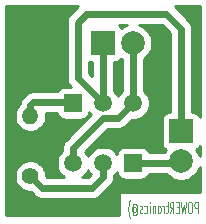
<source format=gbr>
%TF.GenerationSoftware,KiCad,Pcbnew,(5.1.6)-1*%
%TF.CreationDate,2020-09-07T12:05:41+05:30*%
%TF.ProjectId,door,646f6f72-2e6b-4696-9361-645f70636258,rev?*%
%TF.SameCoordinates,Original*%
%TF.FileFunction,Copper,L2,Bot*%
%TF.FilePolarity,Positive*%
%FSLAX46Y46*%
G04 Gerber Fmt 4.6, Leading zero omitted, Abs format (unit mm)*
G04 Created by KiCad (PCBNEW (5.1.6)-1) date 2020-09-07 12:05:41*
%MOMM*%
%LPD*%
G01*
G04 APERTURE LIST*
%TA.AperFunction,NonConductor*%
%ADD10C,0.125000*%
%TD*%
%TA.AperFunction,ComponentPad*%
%ADD11R,2.000000X2.000000*%
%TD*%
%TA.AperFunction,ComponentPad*%
%ADD12C,2.000000*%
%TD*%
%TA.AperFunction,ComponentPad*%
%ADD13C,1.520000*%
%TD*%
%TA.AperFunction,ComponentPad*%
%ADD14R,1.520000X1.520000*%
%TD*%
%TA.AperFunction,ComponentPad*%
%ADD15C,1.400000*%
%TD*%
%TA.AperFunction,ComponentPad*%
%ADD16O,1.400000X1.400000*%
%TD*%
%TA.AperFunction,Conductor*%
%ADD17C,0.600000*%
%TD*%
%TA.AperFunction,NonConductor*%
%ADD18C,0.254000*%
%TD*%
G04 APERTURE END LIST*
D10*
X160408571Y-108402380D02*
X160408571Y-107402380D01*
X160218095Y-107402380D01*
X160170476Y-107450000D01*
X160146666Y-107497619D01*
X160122857Y-107592857D01*
X160122857Y-107735714D01*
X160146666Y-107830952D01*
X160170476Y-107878571D01*
X160218095Y-107926190D01*
X160408571Y-107926190D01*
X159813333Y-107402380D02*
X159718095Y-107402380D01*
X159670476Y-107450000D01*
X159622857Y-107545238D01*
X159599047Y-107735714D01*
X159599047Y-108069047D01*
X159622857Y-108259523D01*
X159670476Y-108354761D01*
X159718095Y-108402380D01*
X159813333Y-108402380D01*
X159860952Y-108354761D01*
X159908571Y-108259523D01*
X159932380Y-108069047D01*
X159932380Y-107735714D01*
X159908571Y-107545238D01*
X159860952Y-107450000D01*
X159813333Y-107402380D01*
X159432380Y-107402380D02*
X159313333Y-108402380D01*
X159218095Y-107688095D01*
X159122857Y-108402380D01*
X159003809Y-107402380D01*
X158813333Y-107878571D02*
X158646666Y-107878571D01*
X158575238Y-108402380D02*
X158813333Y-108402380D01*
X158813333Y-107402380D01*
X158575238Y-107402380D01*
X158075238Y-108402380D02*
X158241904Y-107926190D01*
X158360952Y-108402380D02*
X158360952Y-107402380D01*
X158170476Y-107402380D01*
X158122857Y-107450000D01*
X158099047Y-107497619D01*
X158075238Y-107592857D01*
X158075238Y-107735714D01*
X158099047Y-107830952D01*
X158122857Y-107878571D01*
X158170476Y-107926190D01*
X158360952Y-107926190D01*
X157932380Y-107735714D02*
X157741904Y-107735714D01*
X157860952Y-107402380D02*
X157860952Y-108259523D01*
X157837142Y-108354761D01*
X157789523Y-108402380D01*
X157741904Y-108402380D01*
X157575238Y-108402380D02*
X157575238Y-107735714D01*
X157575238Y-107926190D02*
X157551428Y-107830952D01*
X157527619Y-107783333D01*
X157480000Y-107735714D01*
X157432380Y-107735714D01*
X157194285Y-108402380D02*
X157241904Y-108354761D01*
X157265714Y-108307142D01*
X157289523Y-108211904D01*
X157289523Y-107926190D01*
X157265714Y-107830952D01*
X157241904Y-107783333D01*
X157194285Y-107735714D01*
X157122857Y-107735714D01*
X157075238Y-107783333D01*
X157051428Y-107830952D01*
X157027619Y-107926190D01*
X157027619Y-108211904D01*
X157051428Y-108307142D01*
X157075238Y-108354761D01*
X157122857Y-108402380D01*
X157194285Y-108402380D01*
X156813333Y-107735714D02*
X156813333Y-108402380D01*
X156813333Y-107830952D02*
X156789523Y-107783333D01*
X156741904Y-107735714D01*
X156670476Y-107735714D01*
X156622857Y-107783333D01*
X156599047Y-107878571D01*
X156599047Y-108402380D01*
X156360952Y-108402380D02*
X156360952Y-107735714D01*
X156360952Y-107402380D02*
X156384761Y-107450000D01*
X156360952Y-107497619D01*
X156337142Y-107450000D01*
X156360952Y-107402380D01*
X156360952Y-107497619D01*
X155908571Y-108354761D02*
X155956190Y-108402380D01*
X156051428Y-108402380D01*
X156099047Y-108354761D01*
X156122857Y-108307142D01*
X156146666Y-108211904D01*
X156146666Y-107926190D01*
X156122857Y-107830952D01*
X156099047Y-107783333D01*
X156051428Y-107735714D01*
X155956190Y-107735714D01*
X155908571Y-107783333D01*
X155718095Y-108354761D02*
X155670476Y-108402380D01*
X155575238Y-108402380D01*
X155527619Y-108354761D01*
X155503809Y-108259523D01*
X155503809Y-108211904D01*
X155527619Y-108116666D01*
X155575238Y-108069047D01*
X155646666Y-108069047D01*
X155694285Y-108021428D01*
X155718095Y-107926190D01*
X155718095Y-107878571D01*
X155694285Y-107783333D01*
X155646666Y-107735714D01*
X155575238Y-107735714D01*
X155527619Y-107783333D01*
X154980000Y-107926190D02*
X155003809Y-107878571D01*
X155051428Y-107830952D01*
X155099047Y-107830952D01*
X155146666Y-107878571D01*
X155170476Y-107926190D01*
X155194285Y-108021428D01*
X155194285Y-108116666D01*
X155170476Y-108211904D01*
X155146666Y-108259523D01*
X155099047Y-108307142D01*
X155051428Y-108307142D01*
X155003809Y-108259523D01*
X154980000Y-108211904D01*
X154980000Y-107830952D02*
X154980000Y-108211904D01*
X154956190Y-108259523D01*
X154932380Y-108259523D01*
X154884761Y-108211904D01*
X154860952Y-108116666D01*
X154860952Y-107878571D01*
X154908571Y-107735714D01*
X154980000Y-107640476D01*
X155075238Y-107592857D01*
X155170476Y-107640476D01*
X155241904Y-107735714D01*
X155289523Y-107878571D01*
X155313333Y-108069047D01*
X155289523Y-108259523D01*
X155241904Y-108402380D01*
X155170476Y-108497619D01*
X155075238Y-108545238D01*
X154980000Y-108497619D01*
X154908571Y-108402380D01*
X154694285Y-108783333D02*
X154670476Y-108735714D01*
X154622857Y-108592857D01*
X154599047Y-108497619D01*
X154575238Y-108354761D01*
X154551428Y-108116666D01*
X154551428Y-107926190D01*
X154575238Y-107688095D01*
X154599047Y-107545238D01*
X154622857Y-107450000D01*
X154670476Y-107307142D01*
X154694285Y-107259523D01*
D11*
%TO.P,P1,1*%
%TO.N,Net-(P1-Pad1)*%
X152400000Y-93980000D03*
D12*
%TO.P,P1,2*%
%TO.N,Net-(P1-Pad2)*%
X154940000Y-93980000D03*
%TD*%
D11*
%TO.P,P2,1*%
%TO.N,Net-(P1-Pad1)*%
X159000000Y-101460000D03*
D12*
%TO.P,P2,2*%
%TO.N,Net-(P2-Pad2)*%
X159000000Y-104000000D03*
%TD*%
D13*
%TO.P,Q1,2*%
%TO.N,Net-(P1-Pad1)*%
X152400000Y-99060000D03*
%TO.P,Q1,3*%
%TO.N,Net-(P1-Pad2)*%
X154940000Y-99060000D03*
D14*
%TO.P,Q1,1*%
%TO.N,Net-(Q1-Pad1)*%
X149860000Y-99060000D03*
%TD*%
D13*
%TO.P,Q2,2*%
%TO.N,Net-(Q2-Pad2)*%
X152400000Y-104140000D03*
%TO.P,Q2,3*%
%TO.N,Net-(P1-Pad2)*%
X149860000Y-104140000D03*
D14*
%TO.P,Q2,1*%
%TO.N,Net-(P2-Pad2)*%
X154940000Y-104140000D03*
%TD*%
D15*
%TO.P,R1,1*%
%TO.N,Net-(Q2-Pad2)*%
X146250000Y-105250000D03*
D16*
%TO.P,R1,2*%
%TO.N,Net-(Q1-Pad1)*%
X146250000Y-100170000D03*
%TD*%
D17*
%TO.N,Net-(P1-Pad1)*%
X152400000Y-99060000D02*
X152400000Y-93980000D01*
%TO.N,Net-(P1-Pad2)*%
X154940000Y-93980000D02*
X154940000Y-99060000D01*
X149860000Y-104140000D02*
X149860000Y-102870000D01*
X149860000Y-102870000D02*
X152400000Y-100330000D01*
X152400000Y-100330000D02*
X153670000Y-100330000D01*
X153670000Y-100330000D02*
X154940000Y-99060000D01*
%TO.N,Net-(P1-Pad1)*%
X159000000Y-101460000D02*
X159000000Y-92750000D01*
X159000000Y-92750000D02*
X157750000Y-91500000D01*
X157750000Y-91500000D02*
X151000000Y-91500000D01*
X151000000Y-91500000D02*
X150250000Y-92250000D01*
X150250000Y-96910000D02*
X152400000Y-99060000D01*
X150250000Y-92250000D02*
X150250000Y-96910000D01*
%TO.N,Net-(P2-Pad2)*%
X158860000Y-104140000D02*
X159000000Y-104000000D01*
X154940000Y-104140000D02*
X158860000Y-104140000D01*
%TO.N,Net-(Q1-Pad1)*%
X149860000Y-99060000D02*
X149860000Y-98860000D01*
X149860000Y-98860000D02*
X149720000Y-99000000D01*
X149720000Y-99000000D02*
X146500000Y-99000000D01*
X146250000Y-99250000D02*
X146250000Y-100170000D01*
X146500000Y-99000000D02*
X146250000Y-99250000D01*
%TO.N,Net-(Q2-Pad2)*%
X146250000Y-105250000D02*
X147250000Y-106250000D01*
X152400000Y-105350000D02*
X151500000Y-106250000D01*
X152400000Y-104140000D02*
X152400000Y-105350000D01*
X147250000Y-106250000D02*
X151500000Y-106250000D01*
%TD*%
D18*
G36*
X149621341Y-91556370D02*
G01*
X149585656Y-91585656D01*
X149468814Y-91728029D01*
X149381993Y-91890461D01*
X149358225Y-91968814D01*
X149328529Y-92066709D01*
X149310476Y-92250000D01*
X149315000Y-92295932D01*
X149315001Y-96864058D01*
X149310476Y-96910000D01*
X149328529Y-97093291D01*
X149381994Y-97269540D01*
X149468815Y-97431972D01*
X149585657Y-97574344D01*
X149621336Y-97603625D01*
X149679639Y-97661928D01*
X149100000Y-97661928D01*
X148975518Y-97674188D01*
X148855820Y-97710498D01*
X148745506Y-97769463D01*
X148648815Y-97848815D01*
X148569463Y-97945506D01*
X148510498Y-98055820D01*
X148507713Y-98065000D01*
X146545931Y-98065000D01*
X146499999Y-98060476D01*
X146316707Y-98078529D01*
X146275687Y-98090973D01*
X146140460Y-98131993D01*
X145978028Y-98218814D01*
X145835656Y-98335656D01*
X145806370Y-98371341D01*
X145621341Y-98556370D01*
X145585656Y-98585656D01*
X145468814Y-98728029D01*
X145381993Y-98890461D01*
X145372243Y-98922604D01*
X145328529Y-99066709D01*
X145313584Y-99218441D01*
X145213038Y-99318987D01*
X145066939Y-99537641D01*
X144966304Y-99780595D01*
X144915000Y-100038514D01*
X144915000Y-100301486D01*
X144966304Y-100559405D01*
X145066939Y-100802359D01*
X145213038Y-101021013D01*
X145398987Y-101206962D01*
X145617641Y-101353061D01*
X145860595Y-101453696D01*
X146118514Y-101505000D01*
X146381486Y-101505000D01*
X146639405Y-101453696D01*
X146882359Y-101353061D01*
X147101013Y-101206962D01*
X147286962Y-101021013D01*
X147433061Y-100802359D01*
X147533696Y-100559405D01*
X147585000Y-100301486D01*
X147585000Y-100038514D01*
X147564409Y-99935000D01*
X148473254Y-99935000D01*
X148474188Y-99944482D01*
X148510498Y-100064180D01*
X148569463Y-100174494D01*
X148648815Y-100271185D01*
X148745506Y-100350537D01*
X148855820Y-100409502D01*
X148975518Y-100445812D01*
X149100000Y-100458072D01*
X150620000Y-100458072D01*
X150744482Y-100445812D01*
X150864180Y-100409502D01*
X150974494Y-100350537D01*
X151071185Y-100271185D01*
X151150537Y-100174494D01*
X151209502Y-100064180D01*
X151245812Y-99944482D01*
X151254474Y-99856533D01*
X151316433Y-99949261D01*
X151387441Y-100020269D01*
X149231336Y-102176375D01*
X149195657Y-102205656D01*
X149078815Y-102348028D01*
X149051290Y-102399524D01*
X148991994Y-102510460D01*
X148938529Y-102686709D01*
X148920476Y-102870000D01*
X148925001Y-102915941D01*
X148925001Y-103102171D01*
X148776433Y-103250739D01*
X148623767Y-103479220D01*
X148518609Y-103733093D01*
X148465000Y-104002604D01*
X148465000Y-104277396D01*
X148518609Y-104546907D01*
X148623767Y-104800780D01*
X148776433Y-105029261D01*
X148970739Y-105223567D01*
X149107578Y-105315000D01*
X147637289Y-105315000D01*
X147585000Y-105262711D01*
X147585000Y-105118514D01*
X147533696Y-104860595D01*
X147433061Y-104617641D01*
X147286962Y-104398987D01*
X147101013Y-104213038D01*
X146882359Y-104066939D01*
X146639405Y-103966304D01*
X146381486Y-103915000D01*
X146118514Y-103915000D01*
X145860595Y-103966304D01*
X145617641Y-104066939D01*
X145398987Y-104213038D01*
X145213038Y-104398987D01*
X145066939Y-104617641D01*
X144966304Y-104860595D01*
X144915000Y-105118514D01*
X144915000Y-105381486D01*
X144966304Y-105639405D01*
X145066939Y-105882359D01*
X145213038Y-106101013D01*
X145398987Y-106286962D01*
X145617641Y-106433061D01*
X145860595Y-106533696D01*
X146118514Y-106585000D01*
X146262711Y-106585000D01*
X146556370Y-106878659D01*
X146585656Y-106914344D01*
X146728028Y-107031186D01*
X146833880Y-107087765D01*
X146890459Y-107118007D01*
X147066708Y-107171472D01*
X147250000Y-107189524D01*
X147295935Y-107185000D01*
X151454068Y-107185000D01*
X151500000Y-107189524D01*
X151545932Y-107185000D01*
X151683292Y-107171471D01*
X151859540Y-107118007D01*
X152021972Y-107031186D01*
X152164344Y-106914344D01*
X152193630Y-106878659D01*
X153028664Y-106043626D01*
X153064344Y-106014344D01*
X153181186Y-105871972D01*
X153268007Y-105709540D01*
X153321471Y-105533292D01*
X153329781Y-105448918D01*
X153339524Y-105350001D01*
X153335000Y-105304069D01*
X153335000Y-105177828D01*
X153483567Y-105029261D01*
X153545526Y-104936533D01*
X153554188Y-105024482D01*
X153590498Y-105144180D01*
X153649463Y-105254494D01*
X153728815Y-105351185D01*
X153825506Y-105430537D01*
X153935820Y-105489502D01*
X154055518Y-105525812D01*
X154180000Y-105538072D01*
X155700000Y-105538072D01*
X155824482Y-105525812D01*
X155944180Y-105489502D01*
X156054494Y-105430537D01*
X156151185Y-105351185D01*
X156230537Y-105254494D01*
X156289502Y-105144180D01*
X156310488Y-105075000D01*
X157762761Y-105075000D01*
X157957748Y-105269987D01*
X158225537Y-105448918D01*
X158523088Y-105572168D01*
X158838967Y-105635000D01*
X159161033Y-105635000D01*
X159476912Y-105572168D01*
X159774463Y-105448918D01*
X160042252Y-105269987D01*
X160269987Y-105042252D01*
X160448918Y-104774463D01*
X160572168Y-104476912D01*
X160580001Y-104437534D01*
X160580001Y-106563750D01*
X153734881Y-106563750D01*
X153734881Y-108510000D01*
X144220000Y-108510000D01*
X144220000Y-90880000D01*
X150297710Y-90880000D01*
X149621341Y-91556370D01*
G37*
X149621341Y-91556370D02*
X149585656Y-91585656D01*
X149468814Y-91728029D01*
X149381993Y-91890461D01*
X149358225Y-91968814D01*
X149328529Y-92066709D01*
X149310476Y-92250000D01*
X149315000Y-92295932D01*
X149315001Y-96864058D01*
X149310476Y-96910000D01*
X149328529Y-97093291D01*
X149381994Y-97269540D01*
X149468815Y-97431972D01*
X149585657Y-97574344D01*
X149621336Y-97603625D01*
X149679639Y-97661928D01*
X149100000Y-97661928D01*
X148975518Y-97674188D01*
X148855820Y-97710498D01*
X148745506Y-97769463D01*
X148648815Y-97848815D01*
X148569463Y-97945506D01*
X148510498Y-98055820D01*
X148507713Y-98065000D01*
X146545931Y-98065000D01*
X146499999Y-98060476D01*
X146316707Y-98078529D01*
X146275687Y-98090973D01*
X146140460Y-98131993D01*
X145978028Y-98218814D01*
X145835656Y-98335656D01*
X145806370Y-98371341D01*
X145621341Y-98556370D01*
X145585656Y-98585656D01*
X145468814Y-98728029D01*
X145381993Y-98890461D01*
X145372243Y-98922604D01*
X145328529Y-99066709D01*
X145313584Y-99218441D01*
X145213038Y-99318987D01*
X145066939Y-99537641D01*
X144966304Y-99780595D01*
X144915000Y-100038514D01*
X144915000Y-100301486D01*
X144966304Y-100559405D01*
X145066939Y-100802359D01*
X145213038Y-101021013D01*
X145398987Y-101206962D01*
X145617641Y-101353061D01*
X145860595Y-101453696D01*
X146118514Y-101505000D01*
X146381486Y-101505000D01*
X146639405Y-101453696D01*
X146882359Y-101353061D01*
X147101013Y-101206962D01*
X147286962Y-101021013D01*
X147433061Y-100802359D01*
X147533696Y-100559405D01*
X147585000Y-100301486D01*
X147585000Y-100038514D01*
X147564409Y-99935000D01*
X148473254Y-99935000D01*
X148474188Y-99944482D01*
X148510498Y-100064180D01*
X148569463Y-100174494D01*
X148648815Y-100271185D01*
X148745506Y-100350537D01*
X148855820Y-100409502D01*
X148975518Y-100445812D01*
X149100000Y-100458072D01*
X150620000Y-100458072D01*
X150744482Y-100445812D01*
X150864180Y-100409502D01*
X150974494Y-100350537D01*
X151071185Y-100271185D01*
X151150537Y-100174494D01*
X151209502Y-100064180D01*
X151245812Y-99944482D01*
X151254474Y-99856533D01*
X151316433Y-99949261D01*
X151387441Y-100020269D01*
X149231336Y-102176375D01*
X149195657Y-102205656D01*
X149078815Y-102348028D01*
X149051290Y-102399524D01*
X148991994Y-102510460D01*
X148938529Y-102686709D01*
X148920476Y-102870000D01*
X148925001Y-102915941D01*
X148925001Y-103102171D01*
X148776433Y-103250739D01*
X148623767Y-103479220D01*
X148518609Y-103733093D01*
X148465000Y-104002604D01*
X148465000Y-104277396D01*
X148518609Y-104546907D01*
X148623767Y-104800780D01*
X148776433Y-105029261D01*
X148970739Y-105223567D01*
X149107578Y-105315000D01*
X147637289Y-105315000D01*
X147585000Y-105262711D01*
X147585000Y-105118514D01*
X147533696Y-104860595D01*
X147433061Y-104617641D01*
X147286962Y-104398987D01*
X147101013Y-104213038D01*
X146882359Y-104066939D01*
X146639405Y-103966304D01*
X146381486Y-103915000D01*
X146118514Y-103915000D01*
X145860595Y-103966304D01*
X145617641Y-104066939D01*
X145398987Y-104213038D01*
X145213038Y-104398987D01*
X145066939Y-104617641D01*
X144966304Y-104860595D01*
X144915000Y-105118514D01*
X144915000Y-105381486D01*
X144966304Y-105639405D01*
X145066939Y-105882359D01*
X145213038Y-106101013D01*
X145398987Y-106286962D01*
X145617641Y-106433061D01*
X145860595Y-106533696D01*
X146118514Y-106585000D01*
X146262711Y-106585000D01*
X146556370Y-106878659D01*
X146585656Y-106914344D01*
X146728028Y-107031186D01*
X146833880Y-107087765D01*
X146890459Y-107118007D01*
X147066708Y-107171472D01*
X147250000Y-107189524D01*
X147295935Y-107185000D01*
X151454068Y-107185000D01*
X151500000Y-107189524D01*
X151545932Y-107185000D01*
X151683292Y-107171471D01*
X151859540Y-107118007D01*
X152021972Y-107031186D01*
X152164344Y-106914344D01*
X152193630Y-106878659D01*
X153028664Y-106043626D01*
X153064344Y-106014344D01*
X153181186Y-105871972D01*
X153268007Y-105709540D01*
X153321471Y-105533292D01*
X153329781Y-105448918D01*
X153339524Y-105350001D01*
X153335000Y-105304069D01*
X153335000Y-105177828D01*
X153483567Y-105029261D01*
X153545526Y-104936533D01*
X153554188Y-105024482D01*
X153590498Y-105144180D01*
X153649463Y-105254494D01*
X153728815Y-105351185D01*
X153825506Y-105430537D01*
X153935820Y-105489502D01*
X154055518Y-105525812D01*
X154180000Y-105538072D01*
X155700000Y-105538072D01*
X155824482Y-105525812D01*
X155944180Y-105489502D01*
X156054494Y-105430537D01*
X156151185Y-105351185D01*
X156230537Y-105254494D01*
X156289502Y-105144180D01*
X156310488Y-105075000D01*
X157762761Y-105075000D01*
X157957748Y-105269987D01*
X158225537Y-105448918D01*
X158523088Y-105572168D01*
X158838967Y-105635000D01*
X159161033Y-105635000D01*
X159476912Y-105572168D01*
X159774463Y-105448918D01*
X160042252Y-105269987D01*
X160269987Y-105042252D01*
X160448918Y-104774463D01*
X160572168Y-104476912D01*
X160580001Y-104437534D01*
X160580001Y-106563750D01*
X153734881Y-106563750D01*
X153734881Y-108510000D01*
X144220000Y-108510000D01*
X144220000Y-90880000D01*
X150297710Y-90880000D01*
X149621341Y-91556370D01*
G36*
X151163767Y-104800780D02*
G01*
X151316433Y-105029261D01*
X151357441Y-105070269D01*
X151112711Y-105315000D01*
X150612422Y-105315000D01*
X150749261Y-105223567D01*
X150943567Y-105029261D01*
X151096233Y-104800780D01*
X151130000Y-104719260D01*
X151163767Y-104800780D01*
G37*
X151163767Y-104800780D02*
X151316433Y-105029261D01*
X151357441Y-105070269D01*
X151112711Y-105315000D01*
X150612422Y-105315000D01*
X150749261Y-105223567D01*
X150943567Y-105029261D01*
X151096233Y-104800780D01*
X151130000Y-104719260D01*
X151163767Y-104800780D01*
G36*
X160580001Y-103562466D02*
G01*
X160572168Y-103523088D01*
X160448918Y-103225537D01*
X160308370Y-103015191D01*
X160354494Y-102990537D01*
X160451185Y-102911185D01*
X160530537Y-102814494D01*
X160580001Y-102721955D01*
X160580001Y-103562466D01*
G37*
X160580001Y-103562466D02*
X160572168Y-103523088D01*
X160448918Y-103225537D01*
X160308370Y-103015191D01*
X160354494Y-102990537D01*
X160451185Y-102911185D01*
X160530537Y-102814494D01*
X160580001Y-102721955D01*
X160580001Y-103562466D01*
G36*
X158065001Y-93137290D02*
G01*
X158065000Y-99821928D01*
X158000000Y-99821928D01*
X157875518Y-99834188D01*
X157755820Y-99870498D01*
X157645506Y-99929463D01*
X157548815Y-100008815D01*
X157469463Y-100105506D01*
X157410498Y-100215820D01*
X157374188Y-100335518D01*
X157361928Y-100460000D01*
X157361928Y-102460000D01*
X157374188Y-102584482D01*
X157410498Y-102704180D01*
X157469463Y-102814494D01*
X157548815Y-102911185D01*
X157645506Y-102990537D01*
X157691630Y-103015191D01*
X157564804Y-103205000D01*
X156310488Y-103205000D01*
X156289502Y-103135820D01*
X156230537Y-103025506D01*
X156151185Y-102928815D01*
X156054494Y-102849463D01*
X155944180Y-102790498D01*
X155824482Y-102754188D01*
X155700000Y-102741928D01*
X154180000Y-102741928D01*
X154055518Y-102754188D01*
X153935820Y-102790498D01*
X153825506Y-102849463D01*
X153728815Y-102928815D01*
X153649463Y-103025506D01*
X153590498Y-103135820D01*
X153554188Y-103255518D01*
X153545526Y-103343467D01*
X153483567Y-103250739D01*
X153289261Y-103056433D01*
X153060780Y-102903767D01*
X152806907Y-102798609D01*
X152537396Y-102745000D01*
X152262604Y-102745000D01*
X151993093Y-102798609D01*
X151739220Y-102903767D01*
X151510739Y-103056433D01*
X151316433Y-103250739D01*
X151163767Y-103479220D01*
X151130000Y-103560740D01*
X151096233Y-103479220D01*
X150943567Y-103250739D01*
X150872559Y-103179731D01*
X152787290Y-101265000D01*
X153624068Y-101265000D01*
X153670000Y-101269524D01*
X153715932Y-101265000D01*
X153853292Y-101251471D01*
X154029540Y-101198007D01*
X154191972Y-101111186D01*
X154334344Y-100994344D01*
X154363630Y-100958659D01*
X154867289Y-100455000D01*
X155077396Y-100455000D01*
X155346907Y-100401391D01*
X155600780Y-100296233D01*
X155829261Y-100143567D01*
X156023567Y-99949261D01*
X156176233Y-99720780D01*
X156281391Y-99466907D01*
X156335000Y-99197396D01*
X156335000Y-98922604D01*
X156281391Y-98653093D01*
X156176233Y-98399220D01*
X156023567Y-98170739D01*
X155875000Y-98022172D01*
X155875000Y-95321651D01*
X155982252Y-95249987D01*
X156209987Y-95022252D01*
X156388918Y-94754463D01*
X156512168Y-94456912D01*
X156575000Y-94141033D01*
X156575000Y-93818967D01*
X156512168Y-93503088D01*
X156388918Y-93205537D01*
X156209987Y-92937748D01*
X155982252Y-92710013D01*
X155714463Y-92531082D01*
X155482501Y-92435000D01*
X157362711Y-92435000D01*
X158065001Y-93137290D01*
G37*
X158065001Y-93137290D02*
X158065000Y-99821928D01*
X158000000Y-99821928D01*
X157875518Y-99834188D01*
X157755820Y-99870498D01*
X157645506Y-99929463D01*
X157548815Y-100008815D01*
X157469463Y-100105506D01*
X157410498Y-100215820D01*
X157374188Y-100335518D01*
X157361928Y-100460000D01*
X157361928Y-102460000D01*
X157374188Y-102584482D01*
X157410498Y-102704180D01*
X157469463Y-102814494D01*
X157548815Y-102911185D01*
X157645506Y-102990537D01*
X157691630Y-103015191D01*
X157564804Y-103205000D01*
X156310488Y-103205000D01*
X156289502Y-103135820D01*
X156230537Y-103025506D01*
X156151185Y-102928815D01*
X156054494Y-102849463D01*
X155944180Y-102790498D01*
X155824482Y-102754188D01*
X155700000Y-102741928D01*
X154180000Y-102741928D01*
X154055518Y-102754188D01*
X153935820Y-102790498D01*
X153825506Y-102849463D01*
X153728815Y-102928815D01*
X153649463Y-103025506D01*
X153590498Y-103135820D01*
X153554188Y-103255518D01*
X153545526Y-103343467D01*
X153483567Y-103250739D01*
X153289261Y-103056433D01*
X153060780Y-102903767D01*
X152806907Y-102798609D01*
X152537396Y-102745000D01*
X152262604Y-102745000D01*
X151993093Y-102798609D01*
X151739220Y-102903767D01*
X151510739Y-103056433D01*
X151316433Y-103250739D01*
X151163767Y-103479220D01*
X151130000Y-103560740D01*
X151096233Y-103479220D01*
X150943567Y-103250739D01*
X150872559Y-103179731D01*
X152787290Y-101265000D01*
X153624068Y-101265000D01*
X153670000Y-101269524D01*
X153715932Y-101265000D01*
X153853292Y-101251471D01*
X154029540Y-101198007D01*
X154191972Y-101111186D01*
X154334344Y-100994344D01*
X154363630Y-100958659D01*
X154867289Y-100455000D01*
X155077396Y-100455000D01*
X155346907Y-100401391D01*
X155600780Y-100296233D01*
X155829261Y-100143567D01*
X156023567Y-99949261D01*
X156176233Y-99720780D01*
X156281391Y-99466907D01*
X156335000Y-99197396D01*
X156335000Y-98922604D01*
X156281391Y-98653093D01*
X156176233Y-98399220D01*
X156023567Y-98170739D01*
X155875000Y-98022172D01*
X155875000Y-95321651D01*
X155982252Y-95249987D01*
X156209987Y-95022252D01*
X156388918Y-94754463D01*
X156512168Y-94456912D01*
X156575000Y-94141033D01*
X156575000Y-93818967D01*
X156512168Y-93503088D01*
X156388918Y-93205537D01*
X156209987Y-92937748D01*
X155982252Y-92710013D01*
X155714463Y-92531082D01*
X155482501Y-92435000D01*
X157362711Y-92435000D01*
X158065001Y-93137290D01*
G36*
X160580001Y-100198044D02*
G01*
X160530537Y-100105506D01*
X160451185Y-100008815D01*
X160354494Y-99929463D01*
X160244180Y-99870498D01*
X160124482Y-99834188D01*
X160000000Y-99821928D01*
X159935000Y-99821928D01*
X159935000Y-92795932D01*
X159939524Y-92750000D01*
X159921471Y-92566708D01*
X159885905Y-92449463D01*
X159868007Y-92390460D01*
X159781186Y-92228028D01*
X159664344Y-92085656D01*
X159628659Y-92056370D01*
X158452289Y-90880000D01*
X160580000Y-90880000D01*
X160580001Y-100198044D01*
G37*
X160580001Y-100198044D02*
X160530537Y-100105506D01*
X160451185Y-100008815D01*
X160354494Y-99929463D01*
X160244180Y-99870498D01*
X160124482Y-99834188D01*
X160000000Y-99821928D01*
X159935000Y-99821928D01*
X159935000Y-92795932D01*
X159939524Y-92750000D01*
X159921471Y-92566708D01*
X159885905Y-92449463D01*
X159868007Y-92390460D01*
X159781186Y-92228028D01*
X159664344Y-92085656D01*
X159628659Y-92056370D01*
X158452289Y-90880000D01*
X160580000Y-90880000D01*
X160580001Y-100198044D01*
G36*
X154005000Y-95321651D02*
G01*
X154005001Y-98022171D01*
X153856433Y-98170739D01*
X153703767Y-98399220D01*
X153670000Y-98480740D01*
X153636233Y-98399220D01*
X153483567Y-98170739D01*
X153335000Y-98022172D01*
X153335000Y-95618072D01*
X153400000Y-95618072D01*
X153524482Y-95605812D01*
X153644180Y-95569502D01*
X153754494Y-95510537D01*
X153851185Y-95431185D01*
X153930537Y-95334494D01*
X153955191Y-95288370D01*
X154005000Y-95321651D01*
G37*
X154005000Y-95321651D02*
X154005001Y-98022171D01*
X153856433Y-98170739D01*
X153703767Y-98399220D01*
X153670000Y-98480740D01*
X153636233Y-98399220D01*
X153483567Y-98170739D01*
X153335000Y-98022172D01*
X153335000Y-95618072D01*
X153400000Y-95618072D01*
X153524482Y-95605812D01*
X153644180Y-95569502D01*
X153754494Y-95510537D01*
X153851185Y-95431185D01*
X153930537Y-95334494D01*
X153955191Y-95288370D01*
X154005000Y-95321651D01*
G36*
X151275518Y-95605812D02*
G01*
X151400000Y-95618072D01*
X151465001Y-95618072D01*
X151465000Y-96802711D01*
X151185000Y-96522711D01*
X151185000Y-95578354D01*
X151275518Y-95605812D01*
G37*
X151275518Y-95605812D02*
X151400000Y-95618072D01*
X151465001Y-95618072D01*
X151465000Y-96802711D01*
X151185000Y-96522711D01*
X151185000Y-95578354D01*
X151275518Y-95605812D01*
G36*
X154165537Y-92531082D02*
G01*
X153955191Y-92671630D01*
X153930537Y-92625506D01*
X153851185Y-92528815D01*
X153754494Y-92449463D01*
X153727436Y-92435000D01*
X154397499Y-92435000D01*
X154165537Y-92531082D01*
G37*
X154165537Y-92531082D02*
X153955191Y-92671630D01*
X153930537Y-92625506D01*
X153851185Y-92528815D01*
X153754494Y-92449463D01*
X153727436Y-92435000D01*
X154397499Y-92435000D01*
X154165537Y-92531082D01*
M02*

</source>
